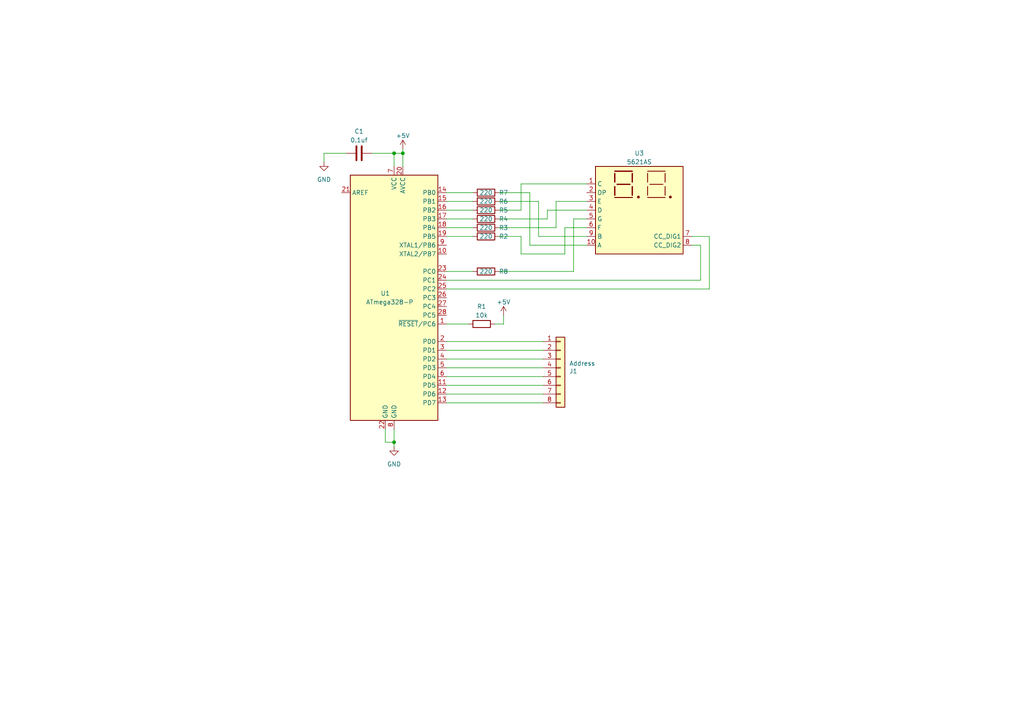
<source format=kicad_sch>
(kicad_sch (version 20230121) (generator eeschema)
  (paper "A4")
  (lib_symbols
    (symbol "Connector_Generic_MountingPin:Conn_01x08_MountingPin" (pin_names (offset 1.016) hide)
      (property "Reference" "J1" (at 2.54 -0.9906 0))
      (property "Value" "Conn_01x08_MountingPin" (at 2.54 -3.5306 0))
      (symbol "Conn_01x08_MountingPin_1_1"
        (rectangle (start -1.27 -10.033) (end 0 -10.287) (stroke (width 0.1524)))
        (rectangle (start -1.27 -7.493) (end 0 -7.747) (stroke (width 0.1524)))
        (rectangle (start -1.27 -4.953) (end 0 -5.207) (stroke (width 0.1524)))
        (rectangle (start -1.27 -2.413) (end 0 -2.667) (stroke (width 0.1524)))
        (rectangle (start -1.27 0.127) (end 0 -0.127) (stroke (width 0.1524)))
        (rectangle (start -1.27 2.667) (end 0 2.413) (stroke (width 0.1524)))
        (rectangle (start -1.27 5.207) (end 0 4.953) (stroke (width 0.1524)))
        (rectangle (start -1.27 7.747) (end 0 7.493) (stroke (width 0.1524)))
        (rectangle (start -1.27 8.89) (end 1.27 -11.43) (stroke (width 0.254)) (fill (type background)))
        (pin passive line (at -5.08 7.62 0) (length 3.81) (name "Pin_1") (number "1"))
        (pin passive line (at -5.08 5.08 0) (length 3.81) (name "Pin_2") (number "2"))
        (pin passive line (at -5.08 2.54 0) (length 3.81) (name "Pin_3") (number "3"))
        (pin passive line (at -5.08 0 0) (length 3.81) (name "Pin_4") (number "4"))
        (pin passive line (at -5.08 -2.54 0) (length 3.81) (name "Pin_5") (number "5"))
        (pin passive line (at -5.08 -5.08 0) (length 3.81) (name "Pin_6") (number "6"))
        (pin passive line (at -5.08 -7.62 0) (length 3.81) (name "Pin_7") (number "7"))
        (pin passive line (at -5.08 -10.16 0) (length 3.81) (name "Pin_8") (number "8"))
      )
    )
    (symbol "Device:C" (pin_numbers hide) (pin_names (offset 0.254))
      (property "Reference" "C" (at 0.635 2.54 0))
      (property "Value" "C" (at 0.635 -2.54 0))
      (symbol "C_0_1"
        (polyline (pts (xy -2.032 -0.762) (xy 2.032 -0.762)) (stroke (width 0.508)))
        (polyline (pts (xy -2.032 0.762) (xy 2.032 0.762)) (stroke (width 0.508)))
      )
      (symbol "C_1_1"
        (pin passive line (at 0 3.81 270) (length 2.794) (name "~") (number "1"))
        (pin passive line (at 0 -3.81 90) (length 2.794) (name "~") (number "2"))
      )
    )
    (symbol "Device:R" (pin_numbers hide) (pin_names (offset 0))
      (property "Reference" "R" (at 2.032 0 90))
      (property "Value" "R" (at 0 0 90))
      (symbol "R_0_1"
        (rectangle (start -1.016 -2.54) (end 1.016 2.54) (stroke (width 0.254)))
      )
      (symbol "R_1_1"
        (pin passive line (at 0 3.81 270) (length 1.27) (name "~") (number "1"))
        (pin passive line (at 0 -3.81 90) (length 1.27) (name "~") (number "2"))
      )
    )
    (symbol "Display_Character:HDSM-443B"
      (property "Reference" "U3" (at 0 16.51 0))
      (property "Value" "5621AS" (at 0 13.97 0))
      (symbol "HDSM-443B_0_1"
        (rectangle (start -12.7 12.7) (end 12.7 -12.7) (stroke (width 0.254)) (fill (type background)))
        (circle (center -0.254 3.81) (radius 0.2794) (stroke (width 0.254)) (fill (type outline)))
        (polyline (pts (xy -7.112 3.683) (xy -2.032 3.683)) (stroke (width 0.254)))
        (polyline (pts (xy -7.112 3.683) (xy -2.032 3.683)) (stroke (width 0.254)))
        (polyline (pts (xy -7.112 3.683) (xy -2.032 3.683)) (stroke (width 0.254)))
        (polyline (pts (xy -7.112 3.683) (xy -2.032 3.683)) (stroke (width 0.254)))
        (polyline (pts (xy -7.112 4.318) (xy -7.112 6.858)) (stroke (width 0.254)))
        (polyline (pts (xy -7.112 4.318) (xy -7.112 6.858)) (stroke (width 0.254)))
        (polyline (pts (xy -7.112 4.318) (xy -7.112 6.858)) (stroke (width 0.254)))
        (polyline (pts (xy -7.112 4.318) (xy -7.112 6.858)) (stroke (width 0.254)))
        (polyline (pts (xy -7.112 8.128) (xy -7.112 10.668)) (stroke (width 0.254)))
        (polyline (pts (xy -7.112 8.128) (xy -7.112 10.668)) (stroke (width 0.254)))
        (polyline (pts (xy -7.112 8.128) (xy -7.112 10.668)) (stroke (width 0.254)))
        (polyline (pts (xy -7.112 8.128) (xy -7.112 10.668)) (stroke (width 0.254)))
        (polyline (pts (xy -7.112 11.303) (xy -2.032 11.303)) (stroke (width 0.254)))
        (polyline (pts (xy -7.112 11.303) (xy -2.032 11.303)) (stroke (width 0.254)))
        (polyline (pts (xy -7.112 11.303) (xy -2.032 11.303)) (stroke (width 0.254)))
        (polyline (pts (xy -7.112 11.303) (xy -2.032 11.303)) (stroke (width 0.254)))
        (polyline (pts (xy -6.477 7.493) (xy -2.667 7.493)) (stroke (width 0.254)))
        (polyline (pts (xy -6.477 7.493) (xy -2.667 7.493)) (stroke (width 0.254)))
        (polyline (pts (xy -6.477 7.493) (xy -2.667 7.493)) (stroke (width 0.254)))
        (polyline (pts (xy -6.477 7.493) (xy -2.667 7.493)) (stroke (width 0.254)))
        (polyline (pts (xy -2.032 4.318) (xy -2.032 6.858)) (stroke (width 0.254)))
        (polyline (pts (xy -2.032 4.318) (xy -2.032 6.858)) (stroke (width 0.254)))
        (polyline (pts (xy -2.032 4.318) (xy -2.032 6.858)) (stroke (width 0.254)))
        (polyline (pts (xy -2.032 4.318) (xy -2.032 6.858)) (stroke (width 0.254)))
        (polyline (pts (xy -2.032 10.668) (xy -2.032 8.128)) (stroke (width 0.254)))
        (polyline (pts (xy -2.032 10.668) (xy -2.032 8.128)) (stroke (width 0.254)))
        (polyline (pts (xy -2.032 10.668) (xy -2.032 8.128)) (stroke (width 0.254)))
        (polyline (pts (xy -2.032 10.668) (xy -2.032 8.128)) (stroke (width 0.254)))
        (polyline (pts (xy 2.413 3.683) (xy 7.493 3.683)) (stroke (width 0.254)))
        (polyline (pts (xy 2.413 4.318) (xy 2.413 6.858)) (stroke (width 0.254)))
        (polyline (pts (xy 2.413 8.128) (xy 2.413 10.668)) (stroke (width 0.254)))
        (polyline (pts (xy 2.413 11.303) (xy 7.493 11.303)) (stroke (width 0.254)))
        (polyline (pts (xy 3.048 7.493) (xy 6.858 7.493)) (stroke (width 0.254)))
        (polyline (pts (xy 7.493 4.318) (xy 7.493 6.858)) (stroke (width 0.254)))
        (polyline (pts (xy 7.493 8.128) (xy 7.493 10.668)) (stroke (width 0.254)))
        (circle (center 9.017 3.81) (radius 0.2794) (stroke (width 0.254)) (fill (type outline)))
      )
      (symbol "HDSM-443B_1_1"
        (pin input line (at -15.24 7.62 0) (length 2.54) (name "C") (number "1"))
        (pin input line (at -15.24 -10.16 0) (length 2.54) (name "A") (number "10"))
        (pin input line (at -15.24 5.08 0) (length 2.54) (name "DP") (number "2"))
        (pin input line (at -15.24 2.54 0) (length 2.54) (name "E") (number "3"))
        (pin input line (at -15.24 0 0) (length 2.54) (name "D") (number "4"))
        (pin input line (at -15.24 -2.54 0) (length 2.54) (name "G") (number "5"))
        (pin input line (at -15.24 -5.08 0) (length 2.54) (name "F") (number "6"))
        (pin input line (at 15.24 -7.62 180) (length 2.54) (name "CC_DIG1") (number "7"))
        (pin input line (at 15.24 -10.16 180) (length 2.54) (name "CC_DIG2") (number "8"))
        (pin input line (at -15.24 -7.62 0) (length 2.54) (name "B") (number "9"))
      )
    )
    (symbol "MCU_Microchip_ATmega:ATmega328-P"
      (property "Reference" "U1" (at -21.59 33.6041 0))
      (property "Value" "ATmega328-P" (at -21.59 31.0641 0))
      (symbol "ATmega328-P_0_1"
        (rectangle (start -12.7 -35.56) (end 12.7 35.56) (stroke (width 0.254)) (fill (type background)))
      )
      (symbol "ATmega328-P_1_1"
        (pin bidirectional line (at 15.24 -7.62 180) (length 2.54) (name "~{RESET}/PC6") (number "1"))
        (pin bidirectional line (at 15.24 12.7 180) (length 2.54) (name "XTAL2/PB7") (number "10"))
        (pin bidirectional line (at 15.24 -25.4 180) (length 2.54) (name "PD5") (number "11"))
        (pin bidirectional line (at 15.24 -27.94 180) (length 2.54) (name "PD6") (number "12"))
        (pin bidirectional line (at 15.24 -30.48 180) (length 2.54) (name "PD7") (number "13"))
        (pin bidirectional line (at 15.24 30.48 180) (length 2.54) (name "PB0") (number "14"))
        (pin bidirectional line (at 15.24 27.94 180) (length 2.54) (name "PB1") (number "15"))
        (pin bidirectional line (at 15.24 25.4 180) (length 2.54) (name "PB2") (number "16"))
        (pin bidirectional line (at 15.24 22.86 180) (length 2.54) (name "PB3") (number "17"))
        (pin bidirectional line (at 15.24 20.32 180) (length 2.54) (name "PB4") (number "18"))
        (pin bidirectional line (at 15.24 17.78 180) (length 2.54) (name "PB5") (number "19"))
        (pin bidirectional line (at 15.24 -12.7 180) (length 2.54) (name "PD0") (number "2"))
        (pin power_in line (at 2.54 38.1 270) (length 2.54) (name "AVCC") (number "20"))
        (pin passive line (at -15.24 30.48 0) (length 2.54) (name "AREF") (number "21"))
        (pin passive line (at -2.54 -38.1 90) (length 2.54) (name "GND") (number "22"))
        (pin bidirectional line (at 15.24 7.62 180) (length 2.54) (name "PC0") (number "23"))
        (pin bidirectional line (at 15.24 5.08 180) (length 2.54) (name "PC1") (number "24"))
        (pin bidirectional line (at 15.24 2.54 180) (length 2.54) (name "PC2") (number "25"))
        (pin bidirectional line (at 15.24 0 180) (length 2.54) (name "PC3") (number "26"))
        (pin bidirectional line (at 15.24 -2.54 180) (length 2.54) (name "PC4") (number "27"))
        (pin bidirectional line (at 15.24 -5.08 180) (length 2.54) (name "PC5") (number "28"))
        (pin bidirectional line (at 15.24 -15.24 180) (length 2.54) (name "PD1") (number "3"))
        (pin bidirectional line (at 15.24 -17.78 180) (length 2.54) (name "PD2") (number "4"))
        (pin bidirectional line (at 15.24 -20.32 180) (length 2.54) (name "PD3") (number "5"))
        (pin bidirectional line (at 15.24 -22.86 180) (length 2.54) (name "PD4") (number "6"))
        (pin power_in line (at 0 38.1 270) (length 2.54) (name "VCC") (number "7"))
        (pin power_in line (at 0 -38.1 90) (length 2.54) (name "GND") (number "8"))
        (pin bidirectional line (at 15.24 15.24 180) (length 2.54) (name "XTAL1/PB6") (number "9"))
      )
    )
    (symbol "power:+5V" (power) (pin_names (offset 0))
      (property "Value" "+5V" (at 0 3.556 0))
      (symbol "+5V_0_1"
        (polyline (pts (xy -0.762 1.27) (xy 0 2.54)))
        (polyline (pts (xy 0 0) (xy 0 2.54)))
        (polyline (pts (xy 0 2.54) (xy 0.762 1.27)))
      )
      (symbol "+5V_1_1"
        (pin power_in line (at 0 0 90) (length 0) hide (name "+5V") (number "1"))
      )
    )
    (symbol "power:GND" (power) (pin_names (offset 0))
      (property "Value" "GND" (at 0 -3.81 0))
      (symbol "GND_0_1"
        (polyline (pts (xy 0 0) (xy 0 -1.27) (xy 1.27 -1.27) (xy 0 -2.54) (xy -1.27 -1.27) (xy 0 -1.27)))
      )
      (symbol "GND_1_1"
        (pin power_in line (at 0 0 270) (length 0) hide (name "GND") (number "1"))
      )
    )
  )
  (junction (at 114.3 128.27))
  (junction (at 116.84 44.45))
  (junction (at 114.3 44.45))
  (wire (pts (xy 161.29 58.42) (xy 170.18 58.42)))
  (wire (pts (xy 129.54 106.68) (xy 157.48 106.68)))
  (wire (pts (xy 116.84 43.18) (xy 116.84 44.45)))
  (wire (pts (xy 156.21 68.58) (xy 170.18 68.58)))
  (wire (pts (xy 107.95 44.45) (xy 114.3 44.45)))
  (wire (pts (xy 151.13 60.96) (xy 151.13 53.34)))
  (wire (pts (xy 143.51 93.98) (xy 146.05 93.98)))
  (wire (pts (xy 114.3 129.54) (xy 114.3 128.27)))
  (wire (pts (xy 129.54 81.28) (xy 203.2 81.28)))
  (wire (pts (xy 166.37 78.74) (xy 166.37 63.5)))
  (wire (pts (xy 205.74 68.58) (xy 205.74 83.82)))
  (wire (pts (xy 161.29 66.04) (xy 161.29 58.42)))
  (wire (pts (xy 200.66 71.12) (xy 203.2 71.12)))
  (wire (pts (xy 163.83 73.66) (xy 163.83 66.04)))
  (wire (pts (xy 114.3 44.45) (xy 116.84 44.45)))
  (wire (pts (xy 144.78 78.74) (xy 166.37 78.74)))
  (wire (pts (xy 129.54 68.58) (xy 137.16 68.58)))
  (wire (pts (xy 153.67 55.88) (xy 153.67 71.12)))
  (wire (pts (xy 144.78 60.96) (xy 151.13 60.96)))
  (wire (pts (xy 129.54 111.76) (xy 157.48 111.76)))
  (wire (pts (xy 144.78 63.5) (xy 158.75 63.5)))
  (wire (pts (xy 129.54 78.74) (xy 137.16 78.74)))
  (wire (pts (xy 129.54 104.14) (xy 157.48 104.14)))
  (wire (pts (xy 158.75 60.96) (xy 170.18 60.96)))
  (wire (pts (xy 129.54 99.06) (xy 157.48 99.06)))
  (wire (pts (xy 156.21 58.42) (xy 156.21 68.58)))
  (wire (pts (xy 129.54 83.82) (xy 205.74 83.82)))
  (wire (pts (xy 129.54 101.6) (xy 157.48 101.6)))
  (wire (pts (xy 116.84 44.45) (xy 116.84 48.26)))
  (wire (pts (xy 129.54 60.96) (xy 137.16 60.96)))
  (wire (pts (xy 151.13 53.34) (xy 170.18 53.34)))
  (wire (pts (xy 153.67 71.12) (xy 170.18 71.12)))
  (wire (pts (xy 93.98 44.45) (xy 100.33 44.45)))
  (wire (pts (xy 151.13 68.58) (xy 151.13 73.66)))
  (wire (pts (xy 200.66 68.58) (xy 205.74 68.58)))
  (wire (pts (xy 129.54 66.04) (xy 137.16 66.04)))
  (wire (pts (xy 129.54 55.88) (xy 137.16 55.88)))
  (wire (pts (xy 166.37 63.5) (xy 170.18 63.5)))
  (wire (pts (xy 129.54 114.3) (xy 157.48 114.3)))
  (wire (pts (xy 114.3 48.26) (xy 114.3 44.45)))
  (wire (pts (xy 144.78 55.88) (xy 153.67 55.88)))
  (wire (pts (xy 111.76 124.46) (xy 111.76 128.27)))
  (wire (pts (xy 151.13 73.66) (xy 163.83 73.66)))
  (wire (pts (xy 129.54 109.22) (xy 157.48 109.22)))
  (wire (pts (xy 203.2 71.12) (xy 203.2 81.28)))
  (wire (pts (xy 144.78 58.42) (xy 156.21 58.42)))
  (wire (pts (xy 129.54 63.5) (xy 137.16 63.5)))
  (wire (pts (xy 129.54 93.98) (xy 135.89 93.98)))
  (wire (pts (xy 144.78 66.04) (xy 161.29 66.04)))
  (wire (pts (xy 163.83 66.04) (xy 170.18 66.04)))
  (wire (pts (xy 111.76 128.27) (xy 114.3 128.27)))
  (wire (pts (xy 114.3 124.46) (xy 114.3 128.27)))
  (wire (pts (xy 129.54 116.84) (xy 157.48 116.84)))
  (wire (pts (xy 144.78 68.58) (xy 151.13 68.58)))
  (wire (pts (xy 158.75 63.5) (xy 158.75 60.96)))
  (wire (pts (xy 146.05 91.44) (xy 146.05 93.98)))
  (wire (pts (xy 129.54 58.42) (xy 137.16 58.42)))
  (wire (pts (xy 93.98 44.45) (xy 93.98 46.99)))
  (symbol (lib_id "Device:R") (at 140.97 58.42 90) (unit 1)
    (property "Reference" "R6" (at 146.05 58.42 90))
    (property "Value" "220" (at 140.97 58.42 90))
  )
  (symbol (lib_id "Device:C") (at 104.14 44.45 90) (unit 1)
    (property "Reference" "C1" (at 104.14 38.1 90))
    (property "Value" "0.1uf" (at 104.14 40.64 90))
  )
  (symbol (lib_id "power:GND") (at 114.3 129.54 0) (unit 1)
    (property "Reference" "#PWR02" (effects hide))
    (property "Value" "GND" (at 114.3 134.62 0))
  )
  (symbol (lib_id "Device:R") (at 140.97 78.74 90) (unit 1)
    (property "Reference" "R8" (at 146.05 78.74 90))
    (property "Value" "220" (at 140.97 78.74 90))
  )
  (symbol (lib_id "Display_Character:HDSM-443B") (at 185.42 60.96 0) (unit 1)
    (property "Reference" "U3" (at 185.42 44.45 0))
    (property "Value" "5621AS" (at 185.42 46.99 0))
    (property "Footprint" "5621AS" (effects hide))
    (property "Datasheet" "https://www.broadcom.com/products/leds-and-displays/7-segment/through-hole/hdsp-5621" (effects hide))
  )
  (symbol (lib_id "Connector_Generic_MountingPin:Conn_01x08_MountingPin") (at 162.56 106.68 0) (unit 1)
    (property "Reference" "J1" (at 165.1 107.6706 0) (effects (justify left)))
    (property "Value" "Address" (at 165.1 105.41 0) (effects (justify left)))
  )
  (symbol (lib_id "Device:R") (at 140.97 68.58 90) (unit 1)
    (property "Reference" "R2" (at 146.05 68.58 90))
    (property "Value" "220" (at 140.97 68.58 90))
  )
  (symbol (lib_id "Device:R") (at 140.97 66.04 90) (unit 1)
    (property "Reference" "R3" (at 146.05 66.04 90))
    (property "Value" "220" (at 140.97 66.04 90))
  )
  (symbol (lib_id "Device:R") (at 139.7 93.98 90) (unit 1)
    (property "Reference" "R1" (at 139.7 88.9 90))
    (property "Value" "10k" (at 139.7 91.44 90))
  )
  (symbol (lib_id "MCU_Microchip_ATmega:ATmega328-P") (at 114.3 86.36 0) (unit 1)
    (property "Reference" "U1" (at 111.76 85.09 0))
    (property "Value" "ATmega328-P" (at 113.03 87.63 0))
    (property "Footprint" "Package_DIP:DIP-28_W7.62mm" (effects hide))
    (property "Datasheet" "http://ww1.microchip.com/downloads/en/DeviceDoc/ATmega328_P%20AVR%20MCU%20with%20picoPower%20Technology%20Data%20Sheet%2040001984A.pdf" (effects hide))
  )
  (symbol (lib_id "power:GND") (at 93.98 46.99 0) (unit 1)
    (property "Reference" "#PWR03" (effects hide))
    (property "Value" "GND" (at 93.98 52.07 0))
  )
  (symbol (lib_id "Device:R") (at 140.97 63.5 90) (unit 1)
    (property "Reference" "R4" (at 146.05 63.5 90))
    (property "Value" "220" (at 140.97 63.5 90))
  )
  (symbol (lib_id "power:+5V") (at 116.84 43.18 0) (unit 1)
    (property "Reference" "#PWR01" (effects hide))
    (property "Value" "+5V" (at 116.84 39.37 0))
  )
  (symbol (lib_id "Device:R") (at 140.97 55.88 90) (unit 1)
    (property "Reference" "R7" (at 146.05 55.88 90))
    (property "Value" "220" (at 140.97 55.88 90))
  )
  (symbol (lib_id "Device:R") (at 140.97 60.96 90) (unit 1)
    (property "Reference" "R5" (at 146.05 60.96 90))
    (property "Value" "220" (at 140.97 60.96 90))
  )
  (symbol (lib_id "power:+5V") (at 146.05 91.44 0) (unit 1)
    (property "Reference" "#PWR04" (effects hide))
    (property "Value" "+5V" (at 146.05 87.63 0))
  )
)
</source>
